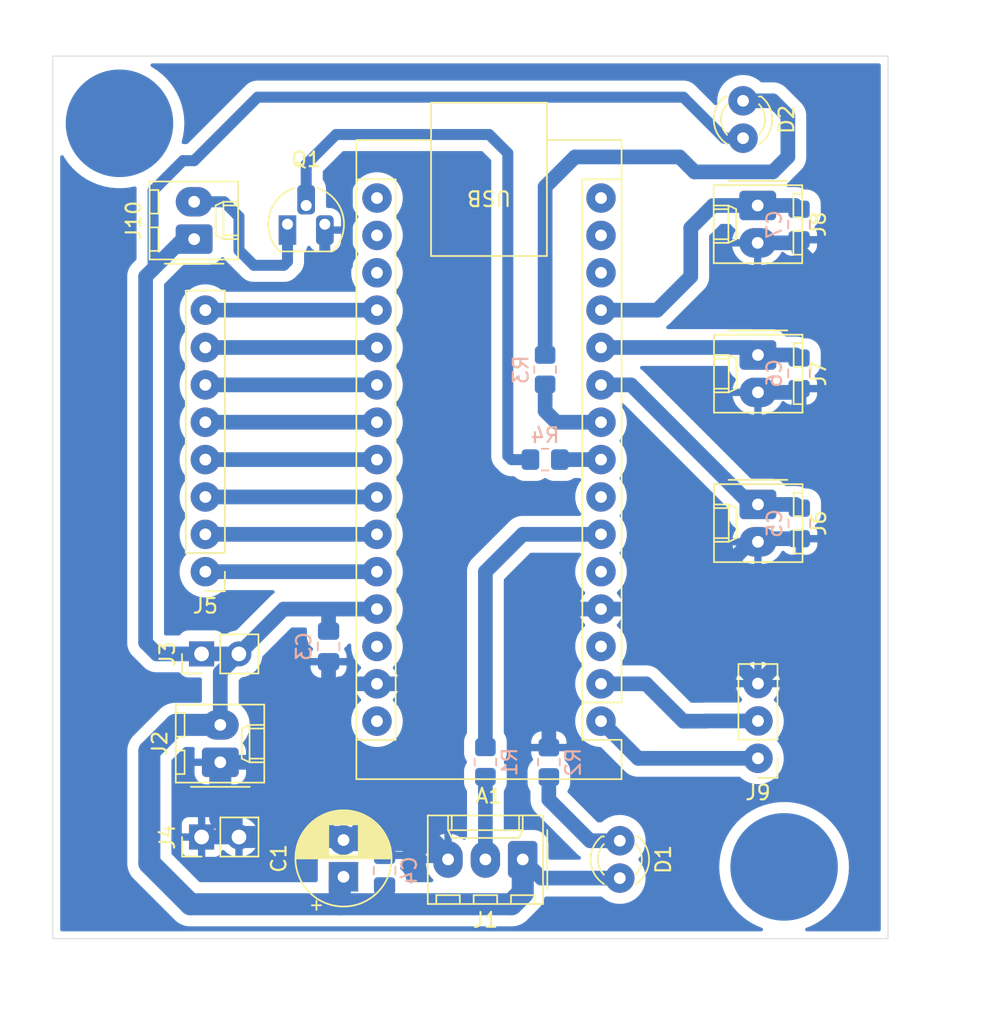
<source format=kicad_pcb>
(kicad_pcb (version 20240108) (generator "pcbnew") (generator_version "8.0")
  (layers (0 "F.Cu" signal) (31 "B.Cu" signal) (34 "B.Paste" user) (35 "F.Paste" user) (36 "B.SilkS" user "B.Silkscreen") (37 "F.SilkS" user "F.Silkscreen") (38 "B.Mask" user) (39 "F.Mask" user) (44 "Edge.Cuts" user))
  (net 0 "")
  (net 2 "+5V")
  (net 3 "GND")
  (net 5 "/RX")
  (net 6 "/BUZZER")
  (net 7 "/TX")
  (net 8 "Net-(A1-A7)")
  (net 9 "/SCL")
  (net 10 "Net-(A1-A1)")
  (net 11 "/RGB_DATA")
  (net 12 "Net-(A1-A0)")
  (net 13 "Net-(A1-A2)")
  (net 14 "Net-(A1-A3)")
  (net 15 "/SW0")
  (net 16 "/SW1")
  (net 18 "/MISC_LED")
  (net 21 "Net-(A1-A6)")
  (net 23 "/SW2")
  (net 25 "/SDA")
  (net 26 "Net-(D1-K)")
  (net 27 "Net-(D2-K)")
  (net 28 "Net-(J1-Pin_2)")
  (net 29 "Net-(Q1-B)")
  (net 34 "Net-(J10-Pin_2)")
  (footprint "LED_THT:LED_D3.0mm" (layer "F.Cu") (at 229.87 41.143 -90)
    (property "Reference" "D2" (at 1.27 -2.96 90) (layer "F.SilkS"))
    (property "Value" "LED")
    (pad "1" thru_hole circle (at 0 0 270) (size 2 2) (drill 0.8) (layers "*.Cu" "*.Mask") (net 27 "Net-(D2-K)"))
    (pad "2" thru_hole circle (at 2.54 0 270) (size 2 2) (drill 0.8) (layers "*.Cu" "*.Mask") (net 2 "+5V"))
  )
  (footprint "Connector_Molex:Molex_KK-254_AE-6410-03A_1x03_P2.54mm_Vertical" (layer "F.Cu") (at 214.884 92.71 180)
    (property "Reference" "J1" (at 2.54 -4.12 360) (layer "F.SilkS"))
    (property "Value" "STRIP")
    (pad "1" thru_hole roundrect (at 0 0 180) (size 2 2.5) (drill 0.8) (layers "*.Cu" "*.Mask") (roundrect_rratio 0.143678) (net 2 "+5V"))
    (pad "2" thru_hole oval (at 2.54 0 180) (size 2 2.5) (drill 0.8) (layers "*.Cu" "*.Mask") (net 28 "Net-(J1-Pin_2)"))
    (pad "3" thru_hole oval (at 5.08 0 180) (size 2 2.5) (drill 0.8) (layers "*.Cu" "*.Mask") (net 3 "GND"))
  )
  (footprint "Connector_Molex:Molex_KK-254_AE-6410-02A_1x02_P2.54mm_Vertical" (layer "F.Cu") (at 194.31 86.106 90)
    (property "Reference" "J2" (at 1.27 -4.12 90) (layer "F.SilkS"))
    (property "Value" "POW")
    (pad "1" thru_hole roundrect (at 0 0 90) (size 2 2.5) (drill 0.8) (layers "*.Cu" "*.Mask") (roundrect_rratio 0.143678) (net 3 "GND"))
    (pad "2" thru_hole oval (at 2.54 0 90) (size 2 2.5) (drill 0.8) (layers "*.Cu" "*.Mask") (net 2 "+5V"))
  )
  (footprint "Connector_Molex:Molex_KK-254_AE-6410-02A_1x02_P2.54mm_Vertical" (layer "F.Cu") (at 230.886 58.42 -90)
    (property "Reference" "J7" (at 1.27 -4.12 90) (layer "F.SilkS"))
    (property "Value" "SW1")
    (pad "1" thru_hole roundrect (at 0 0 270) (size 2 2.5) (drill 0.8) (layers "*.Cu" "*.Mask") (roundrect_rratio 0.143678) (net 16 "/SW1"))
    (pad "2" thru_hole oval (at 2.54 0 270) (size 2 2.5) (drill 0.8) (layers "*.Cu" "*.Mask") (net 3 "GND"))
  )
  (footprint "Connector_PinHeader_2.54mm:PinHeader_1x02_P2.54mm_Vertical" (layer "F.Cu") (at 193.035 78.74 90)
    (property "Reference" "J3" (at 0 -2.33 90) (layer "F.SilkS"))
    (property "Value" "POW")
    (pad "1" thru_hole rect (at 0 0 90) (size 1.7 1.7) (drill 1) (layers "*.Cu" "*.Mask") (net 2 "+5V"))
    (pad "2" thru_hole oval (at 0 2.54 90) (size 1.7 1.7) (drill 1) (layers "*.Cu" "*.Mask") (net 2 "+5V"))
  )
  (footprint "Module:Arduino_Nano" (layer "F.Cu") (at 220.208 83.312 180)
    (property "Reference" "A1" (at 7.62 -5.08 360) (layer "F.SilkS"))
    (property "Value" "Arduino_Nano_v3.x")
    (fp_text user "USB" (at 7.62 35.56 180) (layer "F.SilkS"))
    (pad "1" thru_hole oval (at 0 0 180) (size 2 2) (drill 0.8) (layers "*.Cu" "*.Mask") (net 7 "/TX"))
    (pad "2" thru_hole oval (at 0 2.54 180) (size 2 2) (drill 0.8) (layers "*.Cu" "*.Mask") (net 5 "/RX"))
    (pad "3" thru_hole oval (at 0 5.08 180) (size 2 2) (drill 0.8) (layers "*.Cu" "*.Mask"))
    (pad "4" thru_hole oval (at 0 7.62 180) (size 2 2) (drill 0.8) (layers "*.Cu" "*.Mask") (net 3 "GND"))
    (pad "5" thru_hole oval (at 0 10.16 180) (size 2 2) (drill 0.8) (layers "*.Cu" "*.Mask"))
    (pad "6" thru_hole oval (at 0 12.7 180) (size 2 2) (drill 0.8) (layers "*.Cu" "*.Mask") (net 11 "/RGB_DATA"))
    (pad "7" thru_hole oval (at 0 15.24 180) (size 2 2) (drill 0.8) (layers "*.Cu" "*.Mask"))
    (pad "8" thru_hole oval (at 0 17.78 180) (size 2 2) (drill 0.8) (layers "*.Cu" "*.Mask") (net 6 "/BUZZER"))
    (pad "9" thru_hole oval (at 0 20.32 180) (size 2 2) (drill 0.8) (layers "*.Cu" "*.Mask") (net 18 "/MISC_LED"))
    (pad "10" thru_hole oval (at 0 22.86 180) (size 2 2) (drill 0.8) (layers "*.Cu" "*.Mask") (net 15 "/SW0"))
    (pad "11" thru_hole oval (at 0 25.4 180) (size 2 2) (drill 0.8) (layers "*.Cu" "*.Mask") (net 16 "/SW1"))
    (pad "12" thru_hole oval (at 0 27.94 180) (size 2 2) (drill 0.8) (layers "*.Cu" "*.Mask") (net 23 "/SW2"))
    (pad "13" thru_hole oval (at 0 30.48 180) (size 2 2) (drill 0.8) (layers "*.Cu" "*.Mask"))
    (pad "14" thru_hole oval (at 0 33.02 180) (size 2 2) (drill 0.8) (layers "*.Cu" "*.Mask"))
    (pad "15" thru_hole oval (at 0 35.56 180) (size 2 2) (drill 0.8) (layers "*.Cu" "*.Mask"))
    (pad "16" thru_hole oval (at 15.24 35.56 180) (size 2 2) (drill 0.8) (layers "*.Cu" "*.Mask"))
    (pad "17" thru_hole oval (at 15.24 33.02 180) (size 2 2) (drill 0.8) (layers "*.Cu" "*.Mask"))
    (pad "18" thru_hole oval (at 15.24 30.48 180) (size 2 2) (drill 0.8) (layers "*.Cu" "*.Mask"))
    (pad "19" thru_hole oval (at 15.24 27.94 180) (size 2 2) (drill 0.8) (layers "*.Cu" "*.Mask") (net 12 "Net-(A1-A0)"))
    (pad "20" thru_hole oval (at 15.24 25.4 180) (size 2 2) (drill 0.8) (layers "*.Cu" "*.Mask") (net 10 "Net-(A1-A1)"))
    (pad "21" thru_hole oval (at 15.24 22.86 180) (size 2 2) (drill 0.8) (layers "*.Cu" "*.Mask") (net 13 "Net-(A1-A2)"))
    (pad "22" thru_hole oval (at 15.24 20.32 180) (size 2 2) (drill 0.8) (layers "*.Cu" "*.Mask") (net 14 "Net-(A1-A3)"))
    (pad "23" thru_hole oval (at 15.24 17.78 180) (size 2 2) (drill 0.8) (layers "*.Cu" "*.Mask") (net 25 "/SDA"))
    (pad "24" thru_hole oval (at 15.24 15.24 180) (size 2 2) (drill 0.8) (layers "*.Cu" "*.Mask") (net 9 "/SCL"))
    (pad "25" thru_hole oval (at 15.24 12.7 180) (size 2 2) (drill 0.8) (layers "*.Cu" "*.Mask") (net 21 "Net-(A1-A6)"))
    (pad "26" thru_hole oval (at 15.24 10.16 180) (size 2 2) (drill 0.8) (layers "*.Cu" "*.Mask") (net 8 "Net-(A1-A7)"))
    (pad "27" thru_hole oval (at 15.24 7.62 180) (size 2 2) (drill 0.8) (layers "*.Cu" "*.Mask") (net 2 "+5V"))
    (pad "28" thru_hole oval (at 15.24 5.08 180) (size 2 2) (drill 0.8) (layers "*.Cu" "*.Mask"))
    (pad "29" thru_hole oval (at 15.24 2.54 180) (size 2 2) (drill 0.8) (layers "*.Cu" "*.Mask") (net 3 "GND"))
    (pad "30" thru_hole oval (at 15.24 0 180) (size 2 2) (drill 0.8) (layers "*.Cu" "*.Mask"))
  )
  (footprint "Connector_Molex:Molex_KK-254_AE-6410-02A_1x02_P2.54mm_Vertical" (layer "F.Cu") (at 230.866 48.26 -90)
    (property "Reference" "J8" (at 1.27 -4.12 90) (layer "F.SilkS"))
    (property "Value" "SW2")
    (pad "1" thru_hole roundrect (at 0 0 270) (size 2 2.5) (drill 0.8) (layers "*.Cu" "*.Mask") (roundrect_rratio 0.143678) (net 23 "/SW2"))
    (pad "2" thru_hole oval (at 2.54 0 270) (size 2 2.5) (drill 0.8) (layers "*.Cu" "*.Mask") (net 3 "GND"))
  )
  (footprint "Connector_Molex:Molex_KK-254_AE-6410-02A_1x02_P2.54mm_Vertical" (layer "F.Cu") (at 192.532 50.546 90)
    (property "Reference" "J10" (at 1.27 -4.12 90) (layer "F.SilkS"))
    (property "Value" "BUZZER")
    (pad "1" thru_hole roundrect (at 0 0 90) (size 2 2.5) (drill 0.8) (layers "*.Cu" "*.Mask") (roundrect_rratio 0.143678) (net 2 "+5V"))
    (pad "2" thru_hole oval (at 2.54 0 90) (size 2 2.5) (drill 0.8) (layers "*.Cu" "*.Mask") (net 34 "Net-(J10-Pin_2)"))
  )
  (footprint "LED_THT:LED_D3.0mm" (layer "F.Cu") (at 221.488 91.44 -90)
    (property "Reference" "D1" (at 1.27 -2.96 90) (layer "F.SilkS"))
    (property "Value" "LED")
    (pad "1" thru_hole circle (at 0 0 270) (size 2 2) (drill 0.8) (layers "*.Cu" "*.Mask") (net 26 "Net-(D1-K)"))
    (pad "2" thru_hole circle (at 2.54 0 270) (size 2 2) (drill 0.8) (layers "*.Cu" "*.Mask") (net 2 "+5V"))
  )
  (footprint "Connector_PinHeader_2.54mm:PinHeader_1x08_P2.54mm_Vertical" (layer "F.Cu") (at 193.294 73.152 180)
    (property "Reference" "J5" (at 0 -2.33 180) (layer "F.SilkS"))
    (property "Value" "ANALOGS")
    (pad "1" thru_hole oval (at 0 0 180) (size 2 2) (drill 0.8) (layers "*.Cu" "*.Mask") (net 8 "Net-(A1-A7)"))
    (pad "2" thru_hole oval (at 0 2.54 180) (size 2 2) (drill 0.8) (layers "*.Cu" "*.Mask") (net 21 "Net-(A1-A6)"))
    (pad "3" thru_hole oval (at 0 5.08 180) (size 2 2) (drill 0.8) (layers "*.Cu" "*.Mask") (net 9 "/SCL"))
    (pad "4" thru_hole oval (at 0 7.62 180) (size 2 2) (drill 0.8) (layers "*.Cu" "*.Mask") (net 25 "/SDA"))
    (pad "5" thru_hole oval (at 0 10.16 180) (size 2 2) (drill 0.8) (layers "*.Cu" "*.Mask") (net 14 "Net-(A1-A3)"))
    (pad "6" thru_hole oval (at 0 12.7 180) (size 2 2) (drill 0.8) (layers "*.Cu" "*.Mask") (net 13 "Net-(A1-A2)"))
    (pad "7" thru_hole oval (at 0 15.24 180) (size 2 2) (drill 0.8) (layers "*.Cu" "*.Mask") (net 10 "Net-(A1-A1)"))
    (pad "8" thru_hole oval (at 0 17.78 180) (size 2 2) (drill 0.8) (layers "*.Cu" "*.Mask") (net 12 "Net-(A1-A0)"))
  )
  (footprint "Connector_PinHeader_2.54mm:PinHeader_1x02_P2.54mm_Vertical" (layer "F.Cu") (at 193.04 91.186 90)
    (property "Reference" "J4" (at 0 -2.33 90) (layer "F.SilkS"))
    (property "Value" "POW")
    (pad "1" thru_hole rect (at 0 0 90) (size 1.7 1.7) (drill 1) (layers "*.Cu" "*.Mask") (net 3 "GND"))
    (pad "2" thru_hole oval (at 0 2.54 90) (size 1.7 1.7) (drill 1) (layers "*.Cu" "*.Mask") (net 3 "GND"))
  )
  (footprint "Capacitor_THT:CP_Radial_D6.3mm_P2.50mm" (layer "F.Cu") (at 202.692 93.892379 90)
    (property "Reference" "C1" (at 1.25 -4.4 90) (layer "F.SilkS"))
    (property "Value" "100u")
    (pad "1" thru_hole rect (at 0 0 90) (size 2 2) (drill 0.8) (layers "*.Cu" "*.Mask") (net 2 "+5V"))
    (pad "2" thru_hole circle (at 2.5 0 90) (size 2 2) (drill 0.8) (layers "*.Cu" "*.Mask") (net 3 "GND"))
  )
  (footprint "Connector_Molex:Molex_KK-254_AE-6410-02A_1x02_P2.54mm_Vertical" (layer "F.Cu") (at 230.886 68.58 -90)
    (property "Reference" "J6" (at 1.27 -4.12 90) (layer "F.SilkS"))
    (property "Value" "SW0")
    (pad "1" thru_hole roundrect (at 0 0 270) (size 2 2.5) (drill 0.8) (layers "*.Cu" "*.Mask") (roundrect_rratio 0.143678) (net 15 "/SW0"))
    (pad "2" thru_hole oval (at 2.54 0 270) (size 2 2.5) (drill 0.8) (layers "*.Cu" "*.Mask") (net 3 "GND"))
  )
  (footprint "Package_TO_SOT_THT:TO-92_HandSolder" (layer "F.Cu") (at 198.882 49.53)
    (property "Reference" "Q1" (at 1.27 -4.4 360) (layer "F.SilkS"))
    (property "Value" "BC547")
    (pad "1" thru_hole rect (at 0 0) (size 1.2 2) (drill 0.75 (offset 0 0.4)) (layers "*.Cu" "*.Mask") (net 34 "Net-(J10-Pin_2)"))
    (pad "2" thru_hole roundrect (at 1.27 -1.27) (size 1.2 2) (drill 0.75 (offset 0 -0.4)) (layers "*.Cu" "*.Mask") (net 29 "Net-(Q1-B)"))
    (pad "3" thru_hole roundrect (at 2.54 0) (size 1.2 2) (drill 0.75 (offset 0 0.4)) (layers "*.Cu" "*.Mask") (net 3 "GND"))
  )
  (footprint "Connector_PinHeader_2.54mm:PinHeader_1x03_P2.54mm_Vertical" (layer "F.Cu") (at 230.886 85.837 180)
    (property "Reference" "J9" (at 0 -2.33 360) (layer "F.SilkS"))
    (property "Value" "UART")
    (pad "1" thru_hole oval (at 0 0 180) (size 2 2) (drill 0.8) (layers "*.Cu" "*.Mask") (net 7 "/TX"))
    (pad "2" thru_hole oval (at 0 2.54 180) (size 2 2) (drill 0.8) (layers "*.Cu" "*.Mask") (net 5 "/RX"))
    (pad "3" thru_hole oval (at 0 5.08 180) (size 2 2) (drill 0.8) (layers "*.Cu" "*.Mask") (net 3 "GND"))
  )
  (footprint "Capacitor_SMD:C_0805_2012Metric_Pad1.18x1.45mm_HandSolder" (layer "B.Cu") (at 205.486 93.472 90)
    (property "Reference" "C4" (at 0 1.68 90) (layer "B.SilkS") (effects (justify mirror)))
    (property "Value" "1u")
    (pad "1" smd roundrect (at -1.0375 0 90) (size 1.175 1.45) (layers "B.Cu" "B.Paste" "B.Mask") (roundrect_rratio 0.212766) (net 2 "+5V"))
    (pad "2" smd roundrect (at 1.0375 0 90) (size 1.175 1.45) (layers "B.Cu" "B.Paste" "B.Mask") (roundrect_rratio 0.212766) (net 3 "GND"))
  )
  (footprint "Capacitor_SMD:C_0805_2012Metric_Pad1.18x1.45mm_HandSolder" (layer "B.Cu") (at 233.68 59.6685 -90)
    (property "Reference" "C6" (at 0 1.68 90) (layer "B.SilkS") (effects (justify mirror)))
    (property "Value" "1u")
    (pad "1" smd roundrect (at -1.0375 0 270) (size 1.175 1.45) (layers "B.Cu" "B.Paste" "B.Mask") (roundrect_rratio 0.212766) (net 16 "/SW1"))
    (pad "2" smd roundrect (at 1.0375 0 270) (size 1.175 1.45) (layers "B.Cu" "B.Paste" "B.Mask") (roundrect_rratio 0.212766) (net 3 "GND"))
  )
  (footprint "Resistor_SMD:R_0805_2012Metric_Pad1.20x1.40mm_HandSolder" (layer "B.Cu") (at 216.408 65.532 180)
    (property "Reference" "R4" (at 0 1.65 360) (layer "B.SilkS") (effects (justify mirror)))
    (property "Value" "2k2")
    (pad "1" smd roundrect (at -1 0 180) (size 1.2 1.4) (layers "B.Cu" "B.Paste" "B.Mask") (roundrect_rratio 0.208333) (net 6 "/BUZZER"))
    (pad "2" smd roundrect (at 1 0 180) (size 1.2 1.4) (layers "B.Cu" "B.Paste" "B.Mask") (roundrect_rratio 0.208333) (net 29 "Net-(Q1-B)"))
  )
  (footprint "Resistor_SMD:R_0805_2012Metric_Pad1.20x1.40mm_HandSolder" (layer "B.Cu") (at 212.344 86.09 90)
    (property "Reference" "R1" (at 0 1.65 90) (layer "B.SilkS") (effects (justify mirror)))
    (property "Value" "330")
    (pad "1" smd roundrect (at -1 0 90) (size 1.2 1.4) (layers "B.Cu" "B.Paste" "B.Mask") (roundrect_rratio 0.208333) (net 28 "Net-(J1-Pin_2)"))
    (pad "2" smd roundrect (at 1 0 90) (size 1.2 1.4) (layers "B.Cu" "B.Paste" "B.Mask") (roundrect_rratio 0.208333) (net 11 "/RGB_DATA"))
  )
  (footprint "Resistor_SMD:R_0805_2012Metric_Pad1.20x1.40mm_HandSolder" (layer "B.Cu") (at 216.662 86.106 90)
    (property "Reference" "R2" (at 0 1.65 90) (layer "B.SilkS") (effects (justify mirror)))
    (property "Value" "330")
    (pad "1" smd roundrect (at -1 0 90) (size 1.2 1.4) (layers "B.Cu" "B.Paste" "B.Mask") (roundrect_rratio 0.208333) (net 26 "Net-(D1-K)"))
    (pad "2" smd roundrect (at 1 0 90) (size 1.2 1.4) (layers "B.Cu" "B.Paste" "B.Mask") (roundrect_rratio 0.208333) (net 3 "GND"))
  )
  (footprint "Capacitor_SMD:C_0805_2012Metric_Pad1.18x1.45mm_HandSolder" (layer "B.Cu") (at 233.7 69.8715 -90)
    (property "Reference" "C5" (at 0 1.68 90) (layer "B.SilkS") (effects (justify mirror)))
    (property "Value" "1u")
    (pad "1" smd roundrect (at -1.0375 0 270) (size 1.175 1.45) (layers "B.Cu" "B.Paste" "B.Mask") (roundrect_rratio 0.212766) (net 15 "/SW0"))
    (pad "2" smd roundrect (at 1.0375 0 270) (size 1.175 1.45) (layers "B.Cu" "B.Paste" "B.Mask") (roundrect_rratio 0.212766) (net 3 "GND"))
  )
  (footprint "Capacitor_SMD:C_0805_2012Metric_Pad1.18x1.45mm_HandSolder" (layer "B.Cu") (at 201.676 78.232 -90)
    (property "Reference" "C3" (at 0 1.68 90) (layer "B.SilkS") (effects (justify mirror)))
    (property "Value" "1u")
    (pad "1" smd roundrect (at -1.0375 0 270) (size 1.175 1.45) (layers "B.Cu" "B.Paste" "B.Mask") (roundrect_rratio 0.212766) (net 2 "+5V"))
    (pad "2" smd roundrect (at 1.0375 0 270) (size 1.175 1.45) (layers "B.Cu" "B.Paste" "B.Mask") (roundrect_rratio 0.212766) (net 3 "GND"))
  )
  (footprint "Resistor_SMD:R_0805_2012Metric_Pad1.20x1.40mm_HandSolder" (layer "B.Cu") (at 216.408 59.42 -90)
    (property "Reference" "R3" (at 0 1.65 90) (layer "B.SilkS") (effects (justify mirror)))
    (property "Value" "680")
    (pad "1" smd roundrect (at -1 0 270) (size 1.2 1.4) (layers "B.Cu" "B.Paste" "B.Mask") (roundrect_rratio 0.208333) (net 27 "Net-(D2-K)"))
    (pad "2" smd roundrect (at 1 0 270) (size 1.2 1.4) (layers "B.Cu" "B.Paste" "B.Mask") (roundrect_rratio 0.208333) (net 18 "/MISC_LED"))
  )
  (footprint "Capacitor_SMD:C_0805_2012Metric_Pad1.18x1.45mm_HandSolder" (layer "B.Cu") (at 233.68 49.5515 -90)
    (property "Reference" "C7" (at 0 1.68 90) (layer "B.SilkS") (effects (justify mirror)))
    (property "Value" "1u")
    (pad "1" smd roundrect (at -1.0375 0 270) (size 1.175 1.45) (layers "B.Cu" "B.Paste" "B.Mask") (roundrect_rratio 0.212766) (net 23 "/SW2"))
    (pad "2" smd roundrect (at 1.0375 0 270) (size 1.175 1.45) (layers "B.Cu" "B.Paste" "B.Mask") (roundrect_rratio 0.212766) (net 3 "GND"))
  )
  (gr_circle (center 187.452 42.672) (end 191.008 42.672) (stroke (width 0.2)) (fill solid) (layer "B.Cu"))
  (gr_circle (center 232.664 93.218) (end 236.22 93.218) (stroke (width 0.2)) (fill solid) (layer "B.Cu"))
  (gr_rect (start 182.918 38.1) (end 239.738 98.1) (stroke (width 0.05)) (fill none) (layer "Edge.Cuts"))
  (segment (start 194.31 83.566) (end 194.31 80.005) (width 1) (layer "B.Cu") (net 2))
  (segment (start 189.23 53.086) (end 189.738 52.578) (width 1) (layer "B.Cu") (net 2))
  (segment (start 189.484 85.344) (end 189.484 92.964) (width 1.5) (layer "B.Cu") (net 2))
  (segment (start 201.676 75.692) (end 198.623 75.692) (width 1) (layer "B.Cu") (net 2))
  (segment (start 194.31 83.566) (end 191.262 83.566) (width 1.5) (layer "B.Cu") (net 2))
  (segment (start 229.87 43.683) (end 228.597208 43.683) (width 0.75) (layer "B.Cu") (net 2))
  (segment (start 204.968 75.692) (end 201.676 75.692) (width 1) (layer "B.Cu") (net 2))
  (segment (start 214.122 95.758) (end 214.884 94.996) (width 1.5) (layer "B.Cu") (net 2))
  (segment (start 189.23 77.978) (end 189.23 53.086) (width 1) (layer "B.Cu") (net 2))
  (segment (start 202.438 95.758) (end 202.438 94.146379) (width 1.5) (layer "B.Cu") (net 2))
  (segment (start 194.31 80.005) (end 195.575 78.74) (width 1) (layer "B.Cu") (net 2))
  (segment (start 191.262 83.566) (end 189.484 85.344) (width 1.5) (layer "B.Cu") (net 2))
  (segment (start 221.488 93.98) (end 216.154 93.98) (width 1) (layer "B.Cu") (net 2))
  (segment (start 202.438 94.146379) (end 202.692 93.892379) (width 1.5) (layer "B.Cu") (net 2))
  (segment (start 189.738 52.578) (end 191.77 50.546) (width 1) (layer "B.Cu") (net 2))
  (segment (start 196.85 40.894) (end 192.532 45.212) (width 0.75) (layer "B.Cu") (net 2))
  (segment (start 214.884 94.996) (end 214.884 92.71) (width 1.5) (layer "B.Cu") (net 2))
  (segment (start 193.035 78.74) (end 189.992 78.74) (width 1) (layer "B.Cu") (net 2))
  (segment (start 189.992 78.74) (end 189.23 77.978) (width 1) (layer "B.Cu") (net 2))
  (segment (start 191.77 50.546) (end 192.532 50.546) (width 1) (layer "B.Cu") (net 2))
  (segment (start 201.676 77.1945) (end 201.676 75.692) (width 1) (layer "B.Cu") (net 2))
  (segment (start 189.484 92.964) (end 192.278 95.758) (width 1.5) (layer "B.Cu") (net 2))
  (segment (start 225.808208 40.894) (end 196.85 40.894) (width 0.75) (layer "B.Cu") (net 2))
  (segment (start 216.154 93.98) (end 214.884 92.71) (width 1) (layer "B.Cu") (net 2))
  (segment (start 193.035 78.74) (end 195.575 78.74) (width 1) (layer "B.Cu") (net 2))
  (segment (start 202.438 95.758) (end 214.122 95.758) (width 1.5) (layer "B.Cu") (net 2))
  (segment (start 192.532 45.212) (end 191.77 45.212) (width 0.75) (layer "B.Cu") (net 2))
  (segment (start 189.738 47.244) (end 189.738 52.578) (width 0.75) (layer "B.Cu") (net 2))
  (segment (start 228.597208 43.683) (end 225.808208 40.894) (width 0.75) (layer "B.Cu") (net 2))
  (segment (start 198.623 75.692) (end 195.575 78.74) (width 1) (layer "B.Cu") (net 2))
  (segment (start 192.278 95.758) (end 202.438 95.758) (width 1.5) (layer "B.Cu") (net 2))
  (segment (start 191.77 45.212) (end 189.738 47.244) (width 0.75) (layer "B.Cu") (net 2))
  (segment (start 231.097 70.909) (end 230.886 71.12) (width 1) (layer "B.Cu") (net 3))
  (segment (start 204.968 80.772) (end 202.438 80.772) (width 1) (layer "B.Cu") (net 3))
  (segment (start 233.426 60.96) (end 233.68 60.706) (width 1) (layer "B.Cu") (net 3))
  (segment (start 218.186 75.692) (end 220.208 75.692) (width 1) (layer "B.Cu") (net 3))
  (segment (start 194.31 89.916) (end 195.58 91.186) (width 1.5) (layer "B.Cu") (net 3))
  (segment (start 225.821 75.692) (end 220.208 75.692) (width 1) (layer "B.Cu") (net 3))
  (segment (start 209.804 78.486) (end 209.296 78.994) (width 1) (layer "B.Cu") (net 3))
  (segment (start 233.68 60.706) (end 233.68 62.992) (width 1) (layer "B.Cu") (net 3))
  (segment (start 202.946 46.228) (end 203.708 45.466) (width 0.75) (layer "B.Cu") (net 3))
  (segment (start 209.296 78.994) (end 207.518 80.772) (width 1) (layer "B.Cu") (net 3))
  (segment (start 216.662 85.106) (end 216.662 77.216) (width 1) (layer "B.Cu") (net 3))
  (segment (start 201.676 79.2695) (end 201.676 81.28) (width 1) (layer "B.Cu") (net 3))
  (segment (start 230.886 60.96) (end 233.426 60.96) (width 1) (layer "B.Cu") (net 3))
  (segment (start 201.803 81.407) (end 197.104 86.106) (width 1) (layer "B.Cu") (net 3))
  (segment (start 230.393 71.12) (end 225.821 75.692) (width 1) (layer "B.Cu") (net 3))
  (segment (start 201.93 52.578) (end 202.692 52.578) (width 0.75) (layer "B.Cu") (net 3))
  (segment (start 233.68 50.589) (end 233.68 51.308) (width 1) (layer "B.Cu") (net 3))
  (segment (start 208.534 45.466) (end 210.058 46.99) (width 0.75) (layer "B.Cu") (net 3))
  (segment (start 202.438 80.772) (end 201.803 81.407) (width 1) (layer "B.Cu") (net 3))
  (segment (start 233.469 50.8) (end 233.68 50.589) (width 1) (layer "B.Cu") (net 3))
  (segment (start 201.676 81.28) (end 201.803 81.407) (width 1) (layer "B.Cu") (net 3))
  (segment (start 210.058 46.99) (end 210.058 78.232) (width 0.75) (layer "B.Cu") (net 3))
  (segment (start 203.708 45.466) (end 208.534 45.466) (width 0.75) (layer "B.Cu") (net 3))
  (segment (start 216.662 77.216) (end 218.186 75.692) (width 1) (layer "B.Cu") (net 3))
  (segment (start 230.866 50.8) (end 233.469 50.8) (width 1) (layer "B.Cu") (net 3))
  (segment (start 230.886 80.757) (end 225.821 75.692) (width 1) (layer "B.Cu") (net 3))
  (segment (start 201.422 49.53) (end 201.422 52.07) (width 0.75) (layer "B.Cu") (net 3))
  (segment (start 208.486379 91.392379) (end 209.804 92.71) (width 1.5) (layer "B.Cu") (net 3))
  (segment (start 195.58 91.186) (end 202.485621 91.186) (width 1.5) (layer "B.Cu") (net 3))
  (segment (start 201.422 52.07) (end 201.93 52.578) (width 0.75) (layer "B.Cu") (net 3))
  (segment (start 233.68 51.308) (end 236.474 54.102) (width 1) (layer "B.Cu") (net 3))
  (segment (start 236.474 54.102) (end 236.474 65.786) (width 1) (layer "B.Cu") (net 3))
  (segment (start 202.946 52.324) (end 202.946 46.228) (width 0.75) (layer "B.Cu") (net 3))
  (segment (start 233.7 70.909) (end 231.097 70.909) (width 1) (layer "B.Cu") (net 3))
  (segment (start 230.886 71.12) (end 230.393 71.12) (width 1) (layer "B.Cu") (net 3))
  (segment (start 236.474 65.786) (end 236.474 75.169) (width 1) (layer "B.Cu") (net 3))
  (segment (start 207.518 80.772) (end 204.968 80.772) (width 1) (layer "B.Cu") (net 3))
  (segment (start 194.31 86.106) (end 194.31 89.916) (width 1.5) (layer "B.Cu") (net 3))
  (segment (start 202.692 52.578) (end 202.946 52.324) (width 0.75) (layer "B.Cu") (net 3))
  (segment (start 193.04 91.186) (end 195.58 91.186) (width 1) (layer "B.Cu") (net 3))
  (segment (start 210.058 78.232) (end 209.296 78.994) (width 0.75) (layer "B.Cu") (net 3))
  (segment (start 202.485621 91.186) (end 202.692 91.392379) (width 1) (layer "B.Cu") (net 3))
  (segment (start 197.104 86.106) (end 194.31 86.106) (width 1) (layer "B.Cu") (net 3))
  (segment (start 233.68 62.992) (end 236.474 65.786) (width 1) (layer "B.Cu") (net 3))
  (segment (start 202.692 91.392379) (end 208.486379 91.392379) (width 1.5) (layer "B.Cu") (net 3))
  (segment (start 236.474 75.169) (end 230.886 80.757) (width 1) (layer "B.Cu") (net 3))
  (segment (start 227.345 83.297) (end 230.886 83.297) (width 1) (layer "B.Cu") (net 5))
  (segment (start 227.33 83.312) (end 227.345 83.297) (width 1) (layer "B.Cu") (net 5))
  (segment (start 220.208 80.772) (end 223.266 80.772) (width 1) (layer "B.Cu") (net 5))
  (segment (start 223.266 80.772) (end 225.806 83.312) (width 1) (layer "B.Cu") (net 5))
  (segment (start 225.806 83.312) (end 227.33 83.312) (width 1) (layer "B.Cu") (net 5))
  (segment (start 220.208 65.532) (end 217.408 65.532) (width 1) (layer "B.Cu") (net 6))
  (segment (start 230.886 85.837) (end 222.733 85.837) (width 1) (layer "B.Cu") (net 7))
  (segment (start 222.733 85.837) (end 220.208 83.312) (width 1) (layer "B.Cu") (net 7))
  (segment (start 204.968 73.152) (end 193.294 73.152) (width 1) (layer "B.Cu") (net 8))
  (segment (start 204.968 68.072) (end 193.294 68.072) (width 1) (layer "B.Cu") (net 9))
  (segment (start 204.968 57.912) (end 193.294 57.912) (width 1) (layer "B.Cu") (net 10))
  (segment (start 212.344 85.09) (end 212.344 73.152) (width 1) (layer "B.Cu") (net 11))
  (segment (start 214.884 70.612) (end 220.208 70.612) (width 1) (layer "B.Cu") (net 11))
  (segment (start 212.344 73.152) (end 214.884 70.612) (width 1) (layer "B.Cu") (net 11))
  (segment (start 193.294 55.372) (end 204.968 55.372) (width 1) (layer "B.Cu") (net 12))
  (segment (start 204.968 60.452) (end 193.294 60.452) (width 1) (layer "B.Cu") (net 13))
  (segment (start 204.968 62.992) (end 193.294 62.992) (width 1) (layer "B.Cu") (net 14))
  (segment (start 230.886 68.58) (end 233.446 68.58) (width 1) (layer "B.Cu") (net 15))
  (segment (start 222.25 60.452) (end 230.378 68.58) (width 1) (layer "B.Cu") (net 15))
  (segment (start 233.446 68.58) (end 233.7 68.834) (width 1) (layer "B.Cu") (net 15))
  (segment (start 230.378 68.58) (end 230.886 68.58) (width 1) (layer "B.Cu") (net 15))
  (segment (start 220.208 60.452) (end 222.25 60.452) (width 1) (layer "B.Cu") (net 15))
  (segment (start 233.469 58.42) (end 233.68 58.631) (width 1) (layer "B.Cu") (net 16))
  (segment (start 230.378 57.912) (end 230.886 58.42) (width 1) (layer "B.Cu") (net 16))
  (segment (start 230.886 58.42) (end 233.469 58.42) (width 1) (layer "B.Cu") (net 16))
  (segment (start 220.208 57.912) (end 230.378 57.912) (width 1) (layer "B.Cu") (net 16))
  (segment (start 216.408 62.23) (end 217.17 62.992) (width 1) (layer "B.Cu") (net 18))
  (segment (start 216.408 60.42) (end 216.408 62.23) (width 1) (layer "B.Cu") (net 18))
  (segment (start 217.17 62.992) (end 220.208 62.992) (width 1) (layer "B.Cu") (net 18))
  (segment (start 204.968 70.612) (end 193.294 70.612) (width 1) (layer "B.Cu") (net 21))
  (segment (start 233.426 48.26) (end 233.68 48.514) (width 1) (layer "B.Cu") (net 23))
  (segment (start 226.314 53.086) (end 226.314 49.784) (width 1) (layer "B.Cu") (net 23))
  (segment (start 230.866 48.26) (end 233.426 48.26) (width 1) (layer "B.Cu") (net 23))
  (segment (start 226.314 49.784) (end 227.838 48.26) (width 1) (layer "B.Cu") (net 23))
  (segment (start 220.208 55.372) (end 224.028 55.372) (width 1) (layer "B.Cu") (net 23))
  (segment (start 224.028 55.372) (end 226.314 53.086) (width 1) (layer "B.Cu") (net 23))
  (segment (start 227.838 48.26) (end 230.866 48.26) (width 1) (layer "B.Cu") (net 23))
  (segment (start 204.968 65.532) (end 193.294 65.532) (width 1) (layer "B.Cu") (net 25))
  (segment (start 219.456 91.44) (end 221.488 91.44) (width 1) (layer "B.Cu") (net 26))
  (segment (start 216.662 88.646) (end 219.456 91.44) (width 1) (layer "B.Cu") (net 26))
  (segment (start 216.662 87.106) (end 216.662 88.646) (width 1) (layer "B.Cu") (net 26))
  (segment (start 216.408 46.99) (end 218.44 44.958) (width 1) (layer "B.Cu") (net 27))
  (segment (start 226.568 45.974) (end 231.902 45.974) (width 1) (layer "B.Cu") (net 27))
  (segment (start 231.897 41.143) (end 229.87 41.143) (width 1) (layer "B.Cu") (net 27))
  (segment (start 218.44 44.958) (end 225.552 44.958) (width 1) (layer "B.Cu") (net 27))
  (segment (start 216.408 58.42) (end 216.408 46.99) (width 1) (layer "B.Cu") (net 27))
  (segment (start 232.918 42.164) (end 231.897 41.143) (width 1) (layer "B.Cu") (net 27))
  (segment (start 225.552 44.958) (end 226.568 45.974) (width 1) (layer "B.Cu") (net 27))
  (segment (start 231.902 45.974) (end 232.918 44.958) (width 1) (layer "B.Cu") (net 27))
  (segment (start 232.918 44.958) (end 232.918 42.164) (width 1) (layer "B.Cu") (net 27))
  (segment (start 212.344 87.09) (end 212.344 92.71) (width 1) (layer "B.Cu") (net 28))
  (segment (start 212.598 43.434) (end 213.868 44.704) (width 0.75) (layer "B.Cu") (net 29))
  (segment (start 202.184 43.434) (end 212.598 43.434) (width 0.75) (layer "B.Cu") (net 29))
  (segment (start 200.152 48.26) (end 200.152 45.466) (width 0.75) (layer "B.Cu") (net 29))
  (segment (start 200.152 45.466) (end 202.184 43.434) (width 0.75) (layer "B.Cu") (net 29))
  (segment (start 214.122 65.532) (end 215.408 65.532) (width 0.75) (layer "B.Cu") (net 29))
  (segment (start 213.868 65.278) (end 214.122 65.532) (width 0.75) (layer "B.Cu") (net 29))
  (segment (start 213.868 44.704) (end 213.868 65.278) (width 0.75) (layer "B.Cu") (net 29))
  (segment (start 198.882 52.07) (end 198.628 52.324) (width 0.75) (layer "B.Cu") (net 34))
  (segment (start 194.564 48.006) (end 192.532 48.006) (width 0.75) (layer "B.Cu") (net 34))
  (segment (start 198.882 49.53) (end 198.882 52.07) (width 0.75) (layer "B.Cu") (net 34))
  (segment (start 195.58 49.022) (end 194.564 48.006) (width 0.75) (layer "B.Cu") (net 34))
  (segment (start 196.596 52.324) (end 195.58 51.308) (width 0.75) (layer "B.Cu") (net 34))
  (segment (start 198.628 52.324) (end 196.596 52.324) (width 0.75) (layer "B.Cu") (net 34))
  (segment (start 195.58 51.308) (end 195.58 49.022) (width 0.75) (layer "B.Cu") (net 34))
  (zone (net 3) (net_name "GND") (layer "B.Cu") (connect_pads (clearance 0.75)) (min_thickness 0.25) (fill yes (thermal_gap 0.5) (thermal_bridge_width 0.5))
    (polygon (pts (xy 179.832 34.29) (xy 246.126 34.29) (xy 246.126 103.886) (xy 179.324 103.378)))
  )
)
</source>
